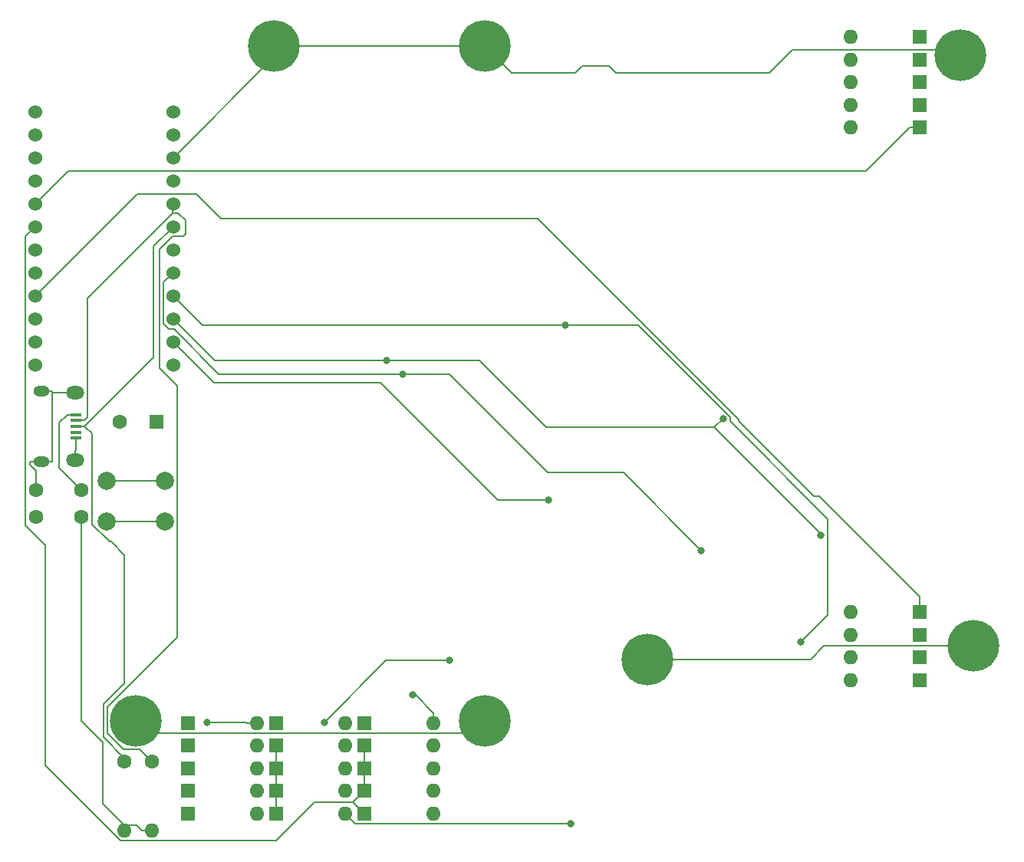
<source format=gtl>
%TF.GenerationSoftware,KiCad,Pcbnew,(5.99.0-12766-g4a3658027e)*%
%TF.CreationDate,2021-12-04T14:11:47+09:00*%
%TF.ProjectId,right,72696768-742e-46b6-9963-61645f706362,rev?*%
%TF.SameCoordinates,Original*%
%TF.FileFunction,Copper,L1,Top*%
%TF.FilePolarity,Positive*%
%FSLAX46Y46*%
G04 Gerber Fmt 4.6, Leading zero omitted, Abs format (unit mm)*
G04 Created by KiCad (PCBNEW (5.99.0-12766-g4a3658027e)) date 2021-12-04 14:11:47*
%MOMM*%
%LPD*%
G01*
G04 APERTURE LIST*
%TA.AperFunction,ComponentPad*%
%ADD10R,1.600000X1.600000*%
%TD*%
%TA.AperFunction,ComponentPad*%
%ADD11O,1.600000X1.600000*%
%TD*%
%TA.AperFunction,ComponentPad*%
%ADD12C,1.600000*%
%TD*%
%TA.AperFunction,ComponentPad*%
%ADD13C,2.000000*%
%TD*%
%TA.AperFunction,ComponentPad*%
%ADD14C,1.524000*%
%TD*%
%TA.AperFunction,ComponentPad*%
%ADD15C,5.700000*%
%TD*%
%TA.AperFunction,SMDPad,CuDef*%
%ADD16R,1.300000X0.450000*%
%TD*%
%TA.AperFunction,ComponentPad*%
%ADD17O,1.800000X1.150000*%
%TD*%
%TA.AperFunction,ComponentPad*%
%ADD18O,2.000000X1.450000*%
%TD*%
%TA.AperFunction,ViaPad*%
%ADD19C,0.800000*%
%TD*%
%TA.AperFunction,Conductor*%
%ADD20C,0.200000*%
%TD*%
G04 APERTURE END LIST*
D10*
%TO.P,D24,1,K*%
%TO.N,/rrow0*%
X265750000Y-20500000D03*
D11*
%TO.P,D24,2,A*%
%TO.N,Net-(D24-Pad2)*%
X258130000Y-20500000D03*
%TD*%
D10*
%TO.P,D27,1,K*%
%TO.N,/rrow3*%
X185000000Y-96250000D03*
D11*
%TO.P,D27,2,A*%
%TO.N,Net-(D27-Pad2)*%
X192620000Y-96250000D03*
%TD*%
D10*
%TO.P,D28,1,K*%
%TO.N,/rrow4*%
X265750000Y-84000000D03*
D11*
%TO.P,D28,2,A*%
%TO.N,Net-(D28-Pad2)*%
X258130000Y-84000000D03*
%TD*%
D10*
%TO.P,D29,1,K*%
%TO.N,/rrow0*%
X265750000Y-23000000D03*
D11*
%TO.P,D29,2,A*%
%TO.N,Net-(D29-Pad2)*%
X258130000Y-23000000D03*
%TD*%
D10*
%TO.P,D30,1,K*%
%TO.N,/rrow1*%
X204500000Y-98750000D03*
D11*
%TO.P,D30,2,A*%
%TO.N,Net-(D30-Pad2)*%
X212120000Y-98750000D03*
%TD*%
D10*
%TO.P,D32,1,K*%
%TO.N,/rrow3*%
X185000000Y-98750000D03*
D11*
%TO.P,D32,2,A*%
%TO.N,Net-(D32-Pad2)*%
X192620000Y-98750000D03*
%TD*%
D10*
%TO.P,D34,1,K*%
%TO.N,/rrow0*%
X265750000Y-25500000D03*
D11*
%TO.P,D34,2,A*%
%TO.N,Net-(D34-Pad2)*%
X258130000Y-25500000D03*
%TD*%
D10*
%TO.P,D35,1,K*%
%TO.N,/rrow1*%
X204500000Y-101250000D03*
D11*
%TO.P,D35,2,A*%
%TO.N,Net-(D35-Pad2)*%
X212120000Y-101250000D03*
%TD*%
D10*
%TO.P,D38,1,K*%
%TO.N,/rrow4*%
X265750000Y-86500000D03*
D11*
%TO.P,D38,2,A*%
%TO.N,Net-(D38-Pad2)*%
X258130000Y-86500000D03*
%TD*%
D10*
%TO.P,D40,1,K*%
%TO.N,/rrow1*%
X204500000Y-103750000D03*
D11*
%TO.P,D40,2,A*%
%TO.N,Net-(D40-Pad2)*%
X212120000Y-103750000D03*
%TD*%
D10*
%TO.P,D41,1,K*%
%TO.N,/rrow2*%
X194750000Y-103750000D03*
D11*
%TO.P,D41,2,A*%
%TO.N,Net-(D41-Pad2)*%
X202370000Y-103750000D03*
%TD*%
D10*
%TO.P,D42,1,K*%
%TO.N,/rrow3*%
X185000000Y-103750000D03*
D11*
%TO.P,D42,2,A*%
%TO.N,Net-(D42-Pad2)*%
X192620000Y-103750000D03*
%TD*%
D10*
%TO.P,D43,1,K*%
%TO.N,/rrow0*%
X265750000Y-30500000D03*
D11*
%TO.P,D43,2,A*%
%TO.N,Net-(D43-Pad2)*%
X258130000Y-30500000D03*
%TD*%
D10*
%TO.P,D44,1,K*%
%TO.N,/rrow1*%
X204500000Y-106250000D03*
D11*
%TO.P,D44,2,A*%
%TO.N,Net-(D44-Pad2)*%
X212120000Y-106250000D03*
%TD*%
D10*
%TO.P,D45,1,K*%
%TO.N,/rrow2*%
X194750000Y-106250000D03*
D11*
%TO.P,D45,2,A*%
%TO.N,Net-(D45-Pad2)*%
X202370000Y-106250000D03*
%TD*%
D12*
%TO.P,R3,1*%
%TO.N,/rSCL*%
X178000000Y-100500000D03*
D11*
%TO.P,R3,2*%
%TO.N,+5V*%
X178000000Y-108120000D03*
%TD*%
D13*
%TO.P,SW48,1,1*%
%TO.N,/rRST*%
X176000000Y-74000000D03*
X182500000Y-74000000D03*
%TO.P,SW48,2,2*%
%TO.N,GND*%
X176000000Y-69500000D03*
X182500000Y-69500000D03*
%TD*%
D14*
%TO.P,U2,1,TX0/D3*%
%TO.N,/rLED*%
X183361400Y-28772000D03*
%TO.P,U2,2,RX1/D2*%
%TO.N,unconnected-(U2-Pad2)*%
X183361400Y-31312000D03*
%TO.P,U2,3,GND*%
%TO.N,GND*%
X183361400Y-33852000D03*
%TO.P,U2,4,GND*%
X183361400Y-36392000D03*
%TO.P,U2,5,2/D1/SDA*%
%TO.N,/rSDA*%
X183361400Y-38932000D03*
%TO.P,U2,6,3/D0/SCL*%
%TO.N,/rSCL*%
X183361400Y-41472000D03*
%TO.P,U2,7,4/D4*%
%TO.N,/rcol0*%
X183361400Y-44012000D03*
%TO.P,U2,8,5/C6*%
%TO.N,/rcol1*%
X183361400Y-46552000D03*
%TO.P,U2,9,6/D7*%
%TO.N,/rcol2*%
X183361400Y-49092000D03*
%TO.P,U2,10,7/E6*%
%TO.N,/rcol3*%
X183361400Y-51632000D03*
%TO.P,U2,11,8/B4*%
%TO.N,/rcol4*%
X183361400Y-54172000D03*
%TO.P,U2,12,9/B5*%
%TO.N,/rbuzzer*%
X183361400Y-56712000D03*
%TO.P,U2,13,B6/10*%
%TO.N,unconnected-(U2-Pad13)*%
X168141400Y-56712000D03*
%TO.P,U2,14,B2/16*%
%TO.N,unconnected-(U2-Pad14)*%
X168141400Y-54172000D03*
%TO.P,U2,15,B3/14*%
%TO.N,unconnected-(U2-Pad15)*%
X168141400Y-51632000D03*
%TO.P,U2,16,B1/15*%
%TO.N,/rrow4*%
X168141400Y-49092000D03*
%TO.P,U2,17,F7/A0*%
%TO.N,/rrow3*%
X168141400Y-46552000D03*
%TO.P,U2,18,F6/A1*%
%TO.N,/rrow2*%
X168141400Y-44012000D03*
%TO.P,U2,19,F5/A2*%
%TO.N,/rrow1*%
X168141400Y-41472000D03*
%TO.P,U2,20,F4/A3*%
%TO.N,/rrow0*%
X168141400Y-38932000D03*
%TO.P,U2,21,VCC*%
%TO.N,+5V*%
X168141400Y-36392000D03*
%TO.P,U2,22,RST*%
%TO.N,/rRST*%
X168141400Y-33852000D03*
%TO.P,U2,23,GND*%
%TO.N,GND*%
X168141400Y-31312000D03*
%TO.P,U2,24,RAW*%
%TO.N,unconnected-(U2-Pad24)*%
X168141400Y-28772000D03*
%TD*%
D10*
%TO.P,D25,1,K*%
%TO.N,/rrow1*%
X204500000Y-96250000D03*
D11*
%TO.P,D25,2,A*%
%TO.N,Net-(D25-Pad2)*%
X212120000Y-96250000D03*
%TD*%
D10*
%TO.P,D26,1,K*%
%TO.N,/rrow2*%
X194750000Y-96250000D03*
D11*
%TO.P,D26,2,A*%
%TO.N,Net-(D26-Pad2)*%
X202370000Y-96250000D03*
%TD*%
D10*
%TO.P,D31,1,K*%
%TO.N,/rrow2*%
X194750000Y-98750000D03*
D11*
%TO.P,D31,2,A*%
%TO.N,Net-(D31-Pad2)*%
X202370000Y-98750000D03*
%TD*%
D10*
%TO.P,D33,1,K*%
%TO.N,/rrow4*%
X265750000Y-89000000D03*
D11*
%TO.P,D33,2,A*%
%TO.N,Net-(D33-Pad2)*%
X258130000Y-89000000D03*
%TD*%
D10*
%TO.P,D36,1,K*%
%TO.N,/rrow2*%
X194750000Y-101250000D03*
D11*
%TO.P,D36,2,A*%
%TO.N,Net-(D36-Pad2)*%
X202370000Y-101250000D03*
%TD*%
D10*
%TO.P,D37,1,K*%
%TO.N,/rrow3*%
X185000000Y-101250000D03*
D11*
%TO.P,D37,2,A*%
%TO.N,Net-(D37-Pad2)*%
X192620000Y-101250000D03*
%TD*%
D10*
%TO.P,D39,1,K*%
%TO.N,/rrow0*%
X265750000Y-28000000D03*
D11*
%TO.P,D39,2,A*%
%TO.N,Net-(D39-Pad2)*%
X258130000Y-28000000D03*
%TD*%
D10*
%TO.P,D46,1,K*%
%TO.N,/rrow3*%
X185000000Y-106250000D03*
D11*
%TO.P,D46,2,A*%
%TO.N,Net-(D46-Pad2)*%
X192620000Y-106250000D03*
%TD*%
D12*
%TO.P,R4,1*%
%TO.N,/rSDA*%
X181000000Y-100500000D03*
D11*
%TO.P,R4,2*%
%TO.N,+5V*%
X181000000Y-108120000D03*
%TD*%
D15*
%TO.P,H15,1,1*%
%TO.N,GND*%
X270250000Y-22500000D03*
%TD*%
D10*
%TO.P,D48,1,K*%
%TO.N,/rrow4*%
X265750000Y-91500000D03*
D11*
%TO.P,D48,2,A*%
%TO.N,Net-(D48-Pad2)*%
X258130000Y-91500000D03*
%TD*%
D15*
%TO.P,H10,1,1*%
%TO.N,GND*%
X271750000Y-87750000D03*
%TD*%
%TO.P,H11,1,1*%
%TO.N,GND*%
X179250000Y-96000000D03*
%TD*%
%TO.P,H14,1,1*%
%TO.N,GND*%
X217750000Y-96000000D03*
%TD*%
D16*
%TO.P,J2,1,VBUS*%
%TO.N,+5V*%
X172650000Y-62200000D03*
%TO.P,J2,2,D-*%
%TO.N,/rSDA*%
X172650000Y-62850000D03*
%TO.P,J2,3,D+*%
%TO.N,/rSCL*%
X172650000Y-63500000D03*
%TO.P,J2,4,ID*%
%TO.N,unconnected-(J2-Pad4)*%
X172650000Y-64150000D03*
%TO.P,J2,5,GND*%
%TO.N,GND*%
X172650000Y-64800000D03*
D17*
%TO.P,J2,6,Shield*%
X168800000Y-59625000D03*
D18*
X172600000Y-59775000D03*
D17*
X168800000Y-67375000D03*
D18*
X172600000Y-67225000D03*
%TD*%
D15*
%TO.P,H13,1,1*%
%TO.N,GND*%
X235750000Y-89250000D03*
%TD*%
D10*
%TO.P,BZ2,1,-*%
%TO.N,/rbuzzer*%
X181500000Y-63000000D03*
D12*
%TO.P,BZ2,2,+*%
%TO.N,GND*%
X177500000Y-63000000D03*
%TD*%
D15*
%TO.P,H9,1,1*%
%TO.N,GND*%
X217750000Y-21500000D03*
%TD*%
%TO.P,H12,1,1*%
%TO.N,GND*%
X194500000Y-21500000D03*
%TD*%
D12*
%TO.P,C4,1*%
%TO.N,+5V*%
X173250000Y-70500000D03*
%TO.P,C4,2*%
%TO.N,GND*%
X168250000Y-70500000D03*
%TD*%
%TO.P,C3,1*%
%TO.N,+5V*%
X173250000Y-73500000D03*
%TO.P,C3,2*%
%TO.N,GND*%
X168250000Y-73500000D03*
%TD*%
D19*
%TO.N,Net-(D25-Pad2)*%
X209788900Y-93169000D03*
%TO.N,Net-(D27-Pad2)*%
X187158300Y-96206300D03*
%TO.N,Net-(D42-Pad2)*%
X213859300Y-89359500D03*
X200081300Y-96170300D03*
%TO.N,Net-(D45-Pad2)*%
X227302700Y-107350400D03*
%TO.N,/rcol1*%
X241670400Y-77195500D03*
X208700000Y-57735100D03*
%TO.N,/rcol2*%
X252618800Y-87331200D03*
X226675100Y-52347400D03*
%TO.N,/rcol3*%
X206908500Y-56234000D03*
X244075400Y-62664500D03*
X254893200Y-75560900D03*
%TO.N,/rcol4*%
X224776600Y-71636800D03*
%TD*%
D20*
%TO.N,GND*%
X167599700Y-67737600D02*
X167599700Y-67375000D01*
X231500000Y-23750000D02*
X232250000Y-24500000D01*
X253722200Y-89250000D02*
X255222200Y-87750000D01*
X220750000Y-24500000D02*
X227750000Y-24500000D01*
X170000300Y-59775000D02*
X171299700Y-59775000D01*
X251768700Y-21899600D02*
X269649600Y-21899600D01*
X227750000Y-24500000D02*
X228500000Y-23750000D01*
X172600000Y-67225000D02*
X172600000Y-66199700D01*
X170000300Y-59775000D02*
X170000300Y-67375000D01*
X217750000Y-21500000D02*
X220750000Y-24500000D01*
X194500000Y-22713400D02*
X194500000Y-21500000D01*
X172600000Y-59775000D02*
X171299700Y-59775000D01*
X168800000Y-67375000D02*
X170000300Y-67375000D01*
X168249900Y-68387800D02*
X167599700Y-67737600D01*
X168800000Y-67375000D02*
X167599700Y-67375000D01*
X232250000Y-24500000D02*
X249168300Y-24500000D01*
X168250000Y-68387800D02*
X168249900Y-68387800D01*
X172600000Y-66199700D02*
X172650000Y-66149700D01*
X168800000Y-59625000D02*
X170000300Y-59625000D01*
X168250000Y-70500000D02*
X168250000Y-68387800D01*
X194500000Y-21500000D02*
X217750000Y-21500000D01*
X228500000Y-23750000D02*
X231500000Y-23750000D01*
X180642500Y-97392500D02*
X216357500Y-97392500D01*
X172650000Y-66149700D02*
X172650000Y-64800000D01*
X179250000Y-96000000D02*
X180642500Y-97392500D01*
X183361400Y-33852000D02*
X194500000Y-22713400D01*
X216357500Y-97392500D02*
X217750000Y-96000000D01*
X249168300Y-24500000D02*
X251768700Y-21899600D01*
X170000300Y-59625000D02*
X170000300Y-59775000D01*
X255222200Y-87750000D02*
X271750000Y-87750000D01*
X182500000Y-69500000D02*
X176000000Y-69500000D01*
X235750000Y-89250000D02*
X253722200Y-89250000D01*
X269649600Y-21899600D02*
X270250000Y-22500000D01*
%TO.N,+5V*%
X173250000Y-96032900D02*
X175588600Y-98371500D01*
X170828700Y-63071000D02*
X171699700Y-62200000D01*
X179349500Y-107569800D02*
X179899700Y-108120000D01*
X173250000Y-70500000D02*
X170828700Y-68078700D01*
X173250000Y-73500000D02*
X173250000Y-96032900D01*
X178000000Y-108120000D02*
X178000000Y-107569800D01*
X175588600Y-105158400D02*
X178000000Y-107569800D01*
X172650000Y-62200000D02*
X171699700Y-62200000D01*
X178000000Y-107569800D02*
X179349500Y-107569800D01*
X170828700Y-68078700D02*
X170828700Y-63071000D01*
X175588600Y-98371500D02*
X175588600Y-105158400D01*
X181000000Y-108120000D02*
X179899700Y-108120000D01*
%TO.N,/rrow1*%
X203250000Y-105000000D02*
X204500000Y-106250000D01*
X204500000Y-98750000D02*
X204500000Y-101250000D01*
X204500000Y-103750000D02*
X204500000Y-101250000D01*
X194782400Y-109231500D02*
X177547500Y-109231500D01*
X169249600Y-76601700D02*
X167060400Y-74412500D01*
X203250000Y-105000000D02*
X199013900Y-105000000D01*
X167060400Y-74412500D02*
X167060400Y-42553000D01*
X169249600Y-100933600D02*
X169249600Y-76601700D01*
X167060400Y-42553000D02*
X168141400Y-41472000D01*
X199013900Y-105000000D02*
X194782400Y-109231500D01*
X204500000Y-103750000D02*
X203250000Y-105000000D01*
X177547500Y-109231500D02*
X169249600Y-100933600D01*
%TO.N,Net-(D25-Pad2)*%
X212120000Y-96250000D02*
X212120000Y-95149700D01*
X212120000Y-95149700D02*
X210139300Y-93169000D01*
X210139300Y-93169000D02*
X209788900Y-93169000D01*
%TO.N,/rrow2*%
X194750000Y-103750000D02*
X194750000Y-106250000D01*
X194750000Y-103750000D02*
X194750000Y-101250000D01*
X194750000Y-101250000D02*
X194750000Y-98750000D01*
%TO.N,Net-(D27-Pad2)*%
X191476000Y-96206300D02*
X191519700Y-96250000D01*
X192620000Y-96250000D02*
X191519700Y-96250000D01*
X187158300Y-96206300D02*
X191476000Y-96206300D01*
%TO.N,/rrow4*%
X245771300Y-62735500D02*
X223587400Y-40551600D01*
X188680300Y-40551600D02*
X185951000Y-37822300D01*
X265750000Y-82294800D02*
X254684400Y-71229200D01*
X254684400Y-71229200D02*
X254079700Y-71229200D01*
X265750000Y-84000000D02*
X265750000Y-82294800D01*
X185951000Y-37822300D02*
X179411100Y-37822300D01*
X254079700Y-71229200D02*
X245771300Y-62920800D01*
X223587400Y-40551600D02*
X188680300Y-40551600D01*
X245771300Y-62920800D02*
X245771300Y-62735500D01*
X179411100Y-37822300D02*
X168141400Y-49092000D01*
%TO.N,/rrow0*%
X264649700Y-30500000D02*
X259872100Y-35277600D01*
X171795800Y-35277600D02*
X168141400Y-38932000D01*
X265750000Y-30500000D02*
X264649700Y-30500000D01*
X259872100Y-35277600D02*
X171795800Y-35277600D01*
%TO.N,Net-(D42-Pad2)*%
X206892100Y-89359500D02*
X213859300Y-89359500D01*
X200081300Y-96170300D02*
X206892100Y-89359500D01*
%TO.N,Net-(D45-Pad2)*%
X203470400Y-107350400D02*
X202370000Y-106250000D01*
X227302700Y-107350400D02*
X203470400Y-107350400D01*
%TO.N,/rSDA*%
X173949600Y-62500700D02*
X173949600Y-49347000D01*
X184750000Y-40750000D02*
X184750000Y-42250000D01*
X183840100Y-59014100D02*
X183840100Y-86753100D01*
X183325989Y-42533511D02*
X181876300Y-43983200D01*
X177898000Y-99150400D02*
X179650400Y-99150400D01*
X183346700Y-38946700D02*
X183361400Y-38932000D01*
X176090500Y-97342900D02*
X177898000Y-99150400D01*
X184466489Y-42533511D02*
X183325989Y-42533511D01*
X172650000Y-62850000D02*
X173600300Y-62850000D01*
X183346700Y-39949900D02*
X183949900Y-39949900D01*
X181876300Y-43983200D02*
X181876300Y-57050300D01*
X179650400Y-99150400D02*
X181000000Y-100500000D01*
X181876300Y-57050300D02*
X183840100Y-59014100D01*
X184750000Y-42250000D02*
X184466489Y-42533511D01*
X176090500Y-94502700D02*
X176090500Y-97342900D01*
X173949600Y-49347000D02*
X183346700Y-39949900D01*
X173600300Y-62850000D02*
X173949600Y-62500700D01*
X183840100Y-86753100D02*
X176090500Y-94502700D01*
X183949900Y-39949900D02*
X184750000Y-40750000D01*
X183346700Y-39949900D02*
X183346700Y-38946700D01*
%TO.N,/rSCL*%
X181215400Y-55884900D02*
X181215400Y-43618000D01*
X176351500Y-76247500D02*
X176532600Y-76247500D01*
X173600300Y-63500000D02*
X174408300Y-64308000D01*
X174408300Y-74304300D02*
X176351500Y-76247500D01*
X175690200Y-97825800D02*
X178000000Y-100135600D01*
X181215400Y-43618000D02*
X183361400Y-41472000D01*
X172650000Y-63500000D02*
X173600300Y-63500000D01*
X178005800Y-77720700D02*
X178005800Y-91838600D01*
X174408300Y-64308000D02*
X174408300Y-74304300D01*
X178000000Y-100135600D02*
X178000000Y-100500000D01*
X173600300Y-63500000D02*
X181215400Y-55884900D01*
X175690200Y-94154200D02*
X175690200Y-97825800D01*
X176532600Y-76247500D02*
X178005800Y-77720700D01*
X178005800Y-91838600D02*
X175690200Y-94154200D01*
%TO.N,/rcol1*%
X182932400Y-52760300D02*
X182295200Y-52123100D01*
X183452300Y-52760300D02*
X182932400Y-52760300D01*
X233070200Y-68595300D02*
X241670400Y-77195500D01*
X208700000Y-57735100D02*
X188427100Y-57735100D01*
X182295200Y-52123100D02*
X182295200Y-47618200D01*
X188427100Y-57735100D02*
X183452300Y-52760300D01*
X208700000Y-57735100D02*
X213864000Y-57735100D01*
X213864000Y-57735100D02*
X224724200Y-68595300D01*
X182295200Y-47618200D02*
X183361400Y-46552000D01*
X224724200Y-68595300D02*
X233070200Y-68595300D01*
%TO.N,/rcol2*%
X234751100Y-52347400D02*
X244859300Y-62455600D01*
X244859300Y-62948600D02*
X255644800Y-73734100D01*
X226675100Y-52347400D02*
X234751100Y-52347400D01*
X255644800Y-84305200D02*
X252618800Y-87331200D01*
X244859300Y-62455600D02*
X244859300Y-62948600D01*
X183361400Y-49092000D02*
X186616800Y-52347400D01*
X255644800Y-73734100D02*
X255644800Y-84305200D01*
X186616800Y-52347400D02*
X226675100Y-52347400D01*
%TO.N,/rcol3*%
X254893200Y-75378300D02*
X254893200Y-75560900D01*
X243127400Y-63612500D02*
X244075400Y-62664500D01*
X206908500Y-56234000D02*
X217160200Y-56234000D01*
X243127400Y-63612500D02*
X254893200Y-75378300D01*
X224538700Y-63612500D02*
X243127400Y-63612500D01*
X217160200Y-56234000D02*
X224538700Y-63612500D01*
X206908500Y-56234000D02*
X187963400Y-56234000D01*
X187963400Y-56234000D02*
X183361400Y-51632000D01*
%TO.N,/rcol4*%
X206255000Y-58675900D02*
X219215900Y-71636800D01*
X219215900Y-71636800D02*
X224776600Y-71636800D01*
X183361400Y-54172000D02*
X187865300Y-58675900D01*
X187865300Y-58675900D02*
X206255000Y-58675900D01*
%TO.N,/rRST*%
X182500000Y-74000000D02*
X176000000Y-74000000D01*
%TD*%
M02*

</source>
